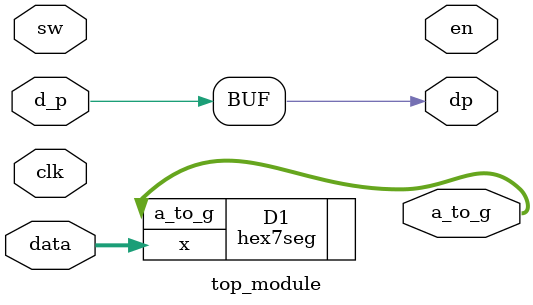
<source format=v>
`timescale 1ns / 1ps
module top_module(
    input wire clk,
	 input wire d_p,
	 input wire [3:0] sw,
	 input wire [7:0] data,
	 output wire [6:0] a_to_g,
	 output wire [7:0] en,
	 output wire dp
	 );
	 
	 reg [3:0] sw1;
	 reg [3:0] sw2;
	 
	 always@(posedge clk)
	 begin
			sw1 <= sw;
		   sw2 <= sw1;
	 end
	//assign en = 8'b11100111;
	assign dp = d_p;
	
hex7seg D1(
				.x(data),
				.a_to_g(a_to_g)
				);
endmodule
 
</source>
